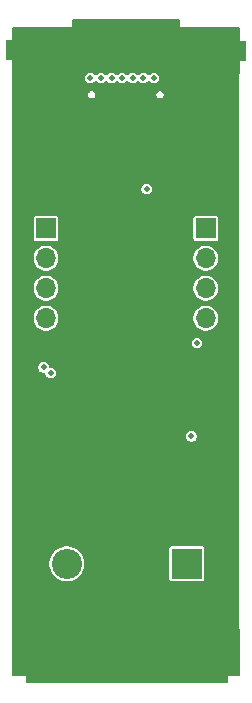
<source format=gbr>
%TF.GenerationSoftware,KiCad,Pcbnew,9.0.0*%
%TF.CreationDate,2025-05-07T16:38:21+03:00*%
%TF.ProjectId,Testing_USB-CAN,54657374-696e-4675-9f55-53422d43414e,rev?*%
%TF.SameCoordinates,Original*%
%TF.FileFunction,Copper,L3,Inr*%
%TF.FilePolarity,Positive*%
%FSLAX46Y46*%
G04 Gerber Fmt 4.6, Leading zero omitted, Abs format (unit mm)*
G04 Created by KiCad (PCBNEW 9.0.0) date 2025-05-07 16:38:21*
%MOMM*%
%LPD*%
G01*
G04 APERTURE LIST*
%TA.AperFunction,ComponentPad*%
%ADD10R,2.550000X2.550000*%
%TD*%
%TA.AperFunction,ComponentPad*%
%ADD11C,2.550000*%
%TD*%
%TA.AperFunction,HeatsinkPad*%
%ADD12O,0.900000X2.000000*%
%TD*%
%TA.AperFunction,HeatsinkPad*%
%ADD13O,0.900000X1.700000*%
%TD*%
%TA.AperFunction,ComponentPad*%
%ADD14R,1.700000X1.700000*%
%TD*%
%TA.AperFunction,ComponentPad*%
%ADD15O,1.700000X1.700000*%
%TD*%
%TA.AperFunction,ViaPad*%
%ADD16C,0.500000*%
%TD*%
G04 APERTURE END LIST*
D10*
%TO.N,/CAN_N*%
%TO.C,J3*%
X131990000Y-132732500D03*
D11*
%TO.N,GND*%
X126910001Y-132732500D03*
%TO.N,/CAN_P*%
X121830000Y-132732500D03*
%TD*%
D12*
%TO.N,GND*%
%TO.C,J1*%
X131150000Y-93505000D03*
D13*
X131150000Y-89335000D03*
D12*
X122510000Y-93505000D03*
D13*
X122510000Y-89335000D03*
%TD*%
D14*
%TO.N,+5V*%
%TO.C,J4*%
X120060000Y-104340000D03*
D15*
%TO.N,+3.3V*%
X120060000Y-106880000D03*
%TO.N,/UART_TX*%
X120060000Y-109420000D03*
%TO.N,/UART_RX*%
X120060000Y-111960000D03*
%TD*%
D14*
%TO.N,GND*%
%TO.C,J7*%
X136160000Y-89290000D03*
%TD*%
%TO.N,GND*%
%TO.C,J6*%
X117530000Y-89280000D03*
%TD*%
%TO.N,/SDA*%
%TO.C,J5*%
X133600000Y-104340000D03*
D15*
%TO.N,/SCL*%
X133600000Y-106880000D03*
%TO.N,/SWDIO*%
X133600000Y-109420000D03*
%TO.N,/SWCLK*%
X133600000Y-111960000D03*
%TD*%
D16*
%TO.N,GND*%
X135380000Y-99560000D03*
X118470000Y-125523611D03*
X135270000Y-132928333D03*
X129540000Y-128490000D03*
X128840000Y-102090000D03*
X118470000Y-124043333D03*
X121230000Y-90740000D03*
X127880000Y-123570000D03*
X118470000Y-129964444D03*
X130350000Y-98520000D03*
X130550000Y-123600000D03*
X121290000Y-94680000D03*
X135270000Y-141810000D03*
X129450000Y-137369167D03*
X118470000Y-134405278D03*
X118470000Y-135885556D03*
X125670000Y-115970000D03*
X118470000Y-95119167D03*
X124270000Y-140330555D03*
X118470000Y-99560000D03*
X127852500Y-89480000D03*
X127030000Y-108050000D03*
X135270000Y-131448055D03*
X121230000Y-89713335D03*
X124270000Y-141810833D03*
X118470000Y-140326389D03*
X129460000Y-132900000D03*
X124270000Y-132900000D03*
X135260000Y-117060000D03*
X124270000Y-138850277D03*
X135270000Y-128487500D03*
X135380000Y-96599445D03*
X118470000Y-118800000D03*
X132430000Y-89713335D03*
X121220000Y-87860000D03*
X125157500Y-87740000D03*
X121230000Y-88686667D03*
X124270000Y-135889722D03*
X129440000Y-131460278D03*
X123810000Y-89480000D03*
X130350000Y-100390000D03*
X129450000Y-138849444D03*
X118470000Y-131444722D03*
X129480000Y-119130000D03*
X135270000Y-134408611D03*
X122410000Y-101810000D03*
X124270000Y-137370000D03*
X124380000Y-115950000D03*
X132420000Y-87860000D03*
X129440000Y-134450000D03*
X123860000Y-120200000D03*
X127000000Y-104970000D03*
X135270000Y-138849444D03*
X135270000Y-135888889D03*
X120670000Y-127009722D03*
X124250000Y-134450000D03*
X118470000Y-96599445D03*
X129450000Y-140329722D03*
X118470000Y-132925000D03*
X124250000Y-131460278D03*
X125980000Y-134450000D03*
X129200000Y-89480000D03*
X129450000Y-135888889D03*
X135270000Y-129967777D03*
X118470000Y-141806667D03*
X120670000Y-128490000D03*
X126505000Y-89480000D03*
X129450000Y-141810000D03*
X118470000Y-138846111D03*
X129540000Y-127009722D03*
X135380000Y-95119167D03*
X132430000Y-88686667D03*
X127710000Y-134450000D03*
X131150000Y-103320000D03*
X126505000Y-87740000D03*
X122390000Y-100710000D03*
X132110000Y-93440000D03*
X135270000Y-140329722D03*
X135270000Y-127007222D03*
X128850000Y-103330000D03*
X125157500Y-89480000D03*
X128860000Y-119570000D03*
X135270000Y-137369167D03*
X134570000Y-114100000D03*
X129480000Y-120090000D03*
X132430000Y-90740000D03*
X118470000Y-128484167D03*
X118470000Y-98079722D03*
X127000000Y-106240000D03*
X131150000Y-102090000D03*
X123810000Y-87740000D03*
X135270000Y-125526944D03*
X121290000Y-96200000D03*
X135270000Y-124046666D03*
X132110000Y-95100000D03*
X127852500Y-87740000D03*
X118470000Y-127003889D03*
X135380000Y-98079722D03*
X129200000Y-87740000D03*
X121270000Y-93290000D03*
X118470000Y-137365834D03*
%TO.N,+3.3V*%
X132370000Y-121953000D03*
X132850000Y-114060000D03*
%TO.N,VDD*%
X126510000Y-91610000D03*
X124713333Y-91610000D03*
X129205000Y-91610000D03*
X125611667Y-91610000D03*
X127408333Y-91610000D03*
X128306667Y-91610000D03*
X123815000Y-91610000D03*
%TO.N,+5V*%
X128590000Y-101020000D03*
%TO.N,/Tx*%
X119860000Y-116110000D03*
%TO.N,/Rx*%
X120460000Y-116600000D03*
%TD*%
%TA.AperFunction,Conductor*%
%TO.N,GND*%
G36*
X131352539Y-86649685D02*
G01*
X131398294Y-86702489D01*
X131409500Y-86754000D01*
X131409500Y-87280207D01*
X131409793Y-87280500D01*
X131420000Y-87280500D01*
X131420000Y-87440000D01*
X122240000Y-87440000D01*
X122240000Y-87291859D01*
X122249694Y-87282149D01*
X122250500Y-87280206D01*
X122250500Y-86754000D01*
X122270185Y-86686961D01*
X122322989Y-86641206D01*
X122374500Y-86630000D01*
X131285500Y-86630000D01*
X131352539Y-86649685D01*
G37*
%TD.AperFunction*%
%TD*%
%TA.AperFunction,Conductor*%
%TO.N,GND*%
G36*
X136443063Y-87300185D02*
G01*
X136488818Y-87352989D01*
X136500024Y-87404478D01*
X136500701Y-91173465D01*
X136481028Y-91240508D01*
X136459416Y-91259241D01*
X136462234Y-91262059D01*
X136444500Y-91279792D01*
X136444500Y-138280207D01*
X136462234Y-138297941D01*
X136461475Y-138298699D01*
X136487051Y-138319309D01*
X136509116Y-138385604D01*
X136509195Y-138390008D01*
X136509874Y-142155478D01*
X136490202Y-142222521D01*
X136437406Y-142268285D01*
X136385874Y-142279500D01*
X135499792Y-142279500D01*
X135499500Y-142279792D01*
X135499500Y-142734239D01*
X135479815Y-142801278D01*
X135427011Y-142847033D01*
X135375308Y-142858239D01*
X118464308Y-142832006D01*
X118397299Y-142812217D01*
X118351626Y-142759342D01*
X118340500Y-142708006D01*
X118340500Y-142279793D01*
X118340207Y-142279500D01*
X118339793Y-142279500D01*
X118315193Y-142279500D01*
X118315068Y-142279525D01*
X117294121Y-142279525D01*
X117227082Y-142259840D01*
X117181327Y-142207036D01*
X117170121Y-142155503D01*
X117170800Y-138385842D01*
X117190497Y-138318806D01*
X117210944Y-138301094D01*
X117207766Y-138297916D01*
X117225206Y-138280475D01*
X117225207Y-138280475D01*
X117225500Y-138280182D01*
X117225500Y-132616370D01*
X120354500Y-132616370D01*
X120354500Y-132848629D01*
X120390831Y-133078014D01*
X120462601Y-133298900D01*
X120568039Y-133505831D01*
X120704551Y-133693724D01*
X120868776Y-133857949D01*
X121056669Y-133994461D01*
X121121017Y-134027248D01*
X121263599Y-134099898D01*
X121263601Y-134099898D01*
X121263604Y-134099900D01*
X121484486Y-134171669D01*
X121602668Y-134190386D01*
X121713871Y-134208000D01*
X121713876Y-134208000D01*
X121946129Y-134208000D01*
X122047502Y-134191943D01*
X122175514Y-134171669D01*
X122396396Y-134099900D01*
X122603331Y-133994461D01*
X122791224Y-133857949D01*
X122955449Y-133693724D01*
X123091961Y-133505831D01*
X123197400Y-133298896D01*
X123269169Y-133078014D01*
X123289443Y-132950002D01*
X123305500Y-132848629D01*
X123305500Y-132616370D01*
X123286232Y-132494722D01*
X123269169Y-132386986D01*
X123197400Y-132166104D01*
X123197398Y-132166101D01*
X123197398Y-132166099D01*
X123091960Y-131959168D01*
X122955449Y-131771276D01*
X122791224Y-131607051D01*
X122603331Y-131470539D01*
X122538974Y-131437747D01*
X130514500Y-131437747D01*
X130514500Y-134027252D01*
X130526131Y-134085729D01*
X130526132Y-134085730D01*
X130570447Y-134152052D01*
X130636769Y-134196367D01*
X130636770Y-134196368D01*
X130695247Y-134207999D01*
X130695250Y-134208000D01*
X130695252Y-134208000D01*
X133284750Y-134208000D01*
X133284751Y-134207999D01*
X133299568Y-134205052D01*
X133343229Y-134196368D01*
X133343229Y-134196367D01*
X133343231Y-134196367D01*
X133409552Y-134152052D01*
X133453867Y-134085731D01*
X133453867Y-134085729D01*
X133453868Y-134085729D01*
X133465499Y-134027252D01*
X133465500Y-134027250D01*
X133465500Y-131437749D01*
X133465499Y-131437747D01*
X133453868Y-131379270D01*
X133453867Y-131379269D01*
X133409552Y-131312947D01*
X133343230Y-131268632D01*
X133343229Y-131268631D01*
X133284752Y-131257000D01*
X133284748Y-131257000D01*
X130695252Y-131257000D01*
X130695247Y-131257000D01*
X130636770Y-131268631D01*
X130636769Y-131268632D01*
X130570447Y-131312947D01*
X130526132Y-131379269D01*
X130526131Y-131379270D01*
X130514500Y-131437747D01*
X122538974Y-131437747D01*
X122396400Y-131365101D01*
X122175514Y-131293331D01*
X121946129Y-131257000D01*
X121946124Y-131257000D01*
X121713876Y-131257000D01*
X121713871Y-131257000D01*
X121484485Y-131293331D01*
X121263599Y-131365101D01*
X121056668Y-131470539D01*
X120868773Y-131607053D01*
X120704553Y-131771273D01*
X120568039Y-131959168D01*
X120462601Y-132166099D01*
X120390831Y-132386985D01*
X120354500Y-132616370D01*
X117225500Y-132616370D01*
X117225500Y-121893691D01*
X131919500Y-121893691D01*
X131919500Y-122012309D01*
X131950201Y-122126886D01*
X132009511Y-122229613D01*
X132093387Y-122313489D01*
X132196114Y-122372799D01*
X132310691Y-122403500D01*
X132310694Y-122403500D01*
X132429306Y-122403500D01*
X132429309Y-122403500D01*
X132543886Y-122372799D01*
X132646613Y-122313489D01*
X132730489Y-122229613D01*
X132789799Y-122126886D01*
X132820500Y-122012309D01*
X132820500Y-121893691D01*
X132789799Y-121779114D01*
X132730489Y-121676387D01*
X132646613Y-121592511D01*
X132543886Y-121533201D01*
X132429309Y-121502500D01*
X132310691Y-121502500D01*
X132196114Y-121533201D01*
X132196112Y-121533201D01*
X132196112Y-121533202D01*
X132093387Y-121592511D01*
X132093384Y-121592513D01*
X132009513Y-121676384D01*
X132009511Y-121676387D01*
X131950201Y-121779114D01*
X131919500Y-121893691D01*
X117225500Y-121893691D01*
X117225500Y-116050691D01*
X119409500Y-116050691D01*
X119409500Y-116169309D01*
X119440201Y-116283886D01*
X119499511Y-116386613D01*
X119583387Y-116470489D01*
X119686114Y-116529799D01*
X119800691Y-116560500D01*
X119800694Y-116560500D01*
X119887876Y-116560500D01*
X119954915Y-116580185D01*
X120000670Y-116632989D01*
X120007651Y-116652406D01*
X120009500Y-116659306D01*
X120009500Y-116659309D01*
X120040201Y-116773886D01*
X120099511Y-116876613D01*
X120183387Y-116960489D01*
X120286114Y-117019799D01*
X120400691Y-117050500D01*
X120400694Y-117050500D01*
X120519306Y-117050500D01*
X120519309Y-117050500D01*
X120633886Y-117019799D01*
X120736613Y-116960489D01*
X120820489Y-116876613D01*
X120879799Y-116773886D01*
X120910500Y-116659309D01*
X120910500Y-116540691D01*
X120879799Y-116426114D01*
X120820489Y-116323387D01*
X120736613Y-116239511D01*
X120633886Y-116180201D01*
X120519309Y-116149500D01*
X120432124Y-116149500D01*
X120365085Y-116129815D01*
X120319330Y-116077011D01*
X120312349Y-116057594D01*
X120310500Y-116050693D01*
X120310500Y-116050691D01*
X120279799Y-115936114D01*
X120220489Y-115833387D01*
X120136613Y-115749511D01*
X120033886Y-115690201D01*
X119919309Y-115659500D01*
X119800691Y-115659500D01*
X119686114Y-115690201D01*
X119686112Y-115690201D01*
X119686112Y-115690202D01*
X119583387Y-115749511D01*
X119583384Y-115749513D01*
X119499513Y-115833384D01*
X119499511Y-115833387D01*
X119440201Y-115936114D01*
X119409500Y-116050691D01*
X117225500Y-116050691D01*
X117225500Y-114000691D01*
X132399500Y-114000691D01*
X132399500Y-114119309D01*
X132430201Y-114233886D01*
X132489511Y-114336613D01*
X132573387Y-114420489D01*
X132676114Y-114479799D01*
X132790691Y-114510500D01*
X132790694Y-114510500D01*
X132909306Y-114510500D01*
X132909309Y-114510500D01*
X133023886Y-114479799D01*
X133126613Y-114420489D01*
X133210489Y-114336613D01*
X133269799Y-114233886D01*
X133300500Y-114119309D01*
X133300500Y-114000691D01*
X133269799Y-113886114D01*
X133210489Y-113783387D01*
X133126613Y-113699511D01*
X133023886Y-113640201D01*
X132909309Y-113609500D01*
X132790691Y-113609500D01*
X132676114Y-113640201D01*
X132676112Y-113640201D01*
X132676112Y-113640202D01*
X132573387Y-113699511D01*
X132573384Y-113699513D01*
X132489513Y-113783384D01*
X132489511Y-113783387D01*
X132430201Y-113886114D01*
X132399500Y-114000691D01*
X117225500Y-114000691D01*
X117225500Y-111856530D01*
X119009500Y-111856530D01*
X119009500Y-112063469D01*
X119049868Y-112266412D01*
X119049870Y-112266420D01*
X119129058Y-112457596D01*
X119244024Y-112629657D01*
X119390342Y-112775975D01*
X119390345Y-112775977D01*
X119562402Y-112890941D01*
X119753580Y-112970130D01*
X119956530Y-113010499D01*
X119956534Y-113010500D01*
X119956535Y-113010500D01*
X120163466Y-113010500D01*
X120163467Y-113010499D01*
X120366420Y-112970130D01*
X120557598Y-112890941D01*
X120729655Y-112775977D01*
X120875977Y-112629655D01*
X120990941Y-112457598D01*
X121070130Y-112266420D01*
X121110500Y-112063465D01*
X121110500Y-111856535D01*
X121110499Y-111856530D01*
X132549500Y-111856530D01*
X132549500Y-112063469D01*
X132589868Y-112266412D01*
X132589870Y-112266420D01*
X132669058Y-112457596D01*
X132784024Y-112629657D01*
X132930342Y-112775975D01*
X132930345Y-112775977D01*
X133102402Y-112890941D01*
X133293580Y-112970130D01*
X133496530Y-113010499D01*
X133496534Y-113010500D01*
X133496535Y-113010500D01*
X133703466Y-113010500D01*
X133703467Y-113010499D01*
X133906420Y-112970130D01*
X134097598Y-112890941D01*
X134269655Y-112775977D01*
X134415977Y-112629655D01*
X134530941Y-112457598D01*
X134610130Y-112266420D01*
X134650500Y-112063465D01*
X134650500Y-111856535D01*
X134610130Y-111653580D01*
X134530941Y-111462402D01*
X134415977Y-111290345D01*
X134415975Y-111290342D01*
X134269657Y-111144024D01*
X134183626Y-111086541D01*
X134097598Y-111029059D01*
X133906420Y-110949870D01*
X133906412Y-110949868D01*
X133703469Y-110909500D01*
X133703465Y-110909500D01*
X133496535Y-110909500D01*
X133496530Y-110909500D01*
X133293587Y-110949868D01*
X133293579Y-110949870D01*
X133102403Y-111029058D01*
X132930342Y-111144024D01*
X132784024Y-111290342D01*
X132669058Y-111462403D01*
X132589870Y-111653579D01*
X132589868Y-111653587D01*
X132549500Y-111856530D01*
X121110499Y-111856530D01*
X121070130Y-111653580D01*
X120990941Y-111462402D01*
X120875977Y-111290345D01*
X120875975Y-111290342D01*
X120729657Y-111144024D01*
X120643626Y-111086541D01*
X120557598Y-111029059D01*
X120366420Y-110949870D01*
X120366412Y-110949868D01*
X120163469Y-110909500D01*
X120163465Y-110909500D01*
X119956535Y-110909500D01*
X119956530Y-110909500D01*
X119753587Y-110949868D01*
X119753579Y-110949870D01*
X119562403Y-111029058D01*
X119390342Y-111144024D01*
X119244024Y-111290342D01*
X119129058Y-111462403D01*
X119049870Y-111653579D01*
X119049868Y-111653587D01*
X119009500Y-111856530D01*
X117225500Y-111856530D01*
X117225500Y-109316530D01*
X119009500Y-109316530D01*
X119009500Y-109523469D01*
X119049868Y-109726412D01*
X119049870Y-109726420D01*
X119129058Y-109917596D01*
X119244024Y-110089657D01*
X119390342Y-110235975D01*
X119390345Y-110235977D01*
X119562402Y-110350941D01*
X119753580Y-110430130D01*
X119956530Y-110470499D01*
X119956534Y-110470500D01*
X119956535Y-110470500D01*
X120163466Y-110470500D01*
X120163467Y-110470499D01*
X120366420Y-110430130D01*
X120557598Y-110350941D01*
X120729655Y-110235977D01*
X120875977Y-110089655D01*
X120990941Y-109917598D01*
X121070130Y-109726420D01*
X121110500Y-109523465D01*
X121110500Y-109316535D01*
X121110499Y-109316530D01*
X132549500Y-109316530D01*
X132549500Y-109523469D01*
X132589868Y-109726412D01*
X132589870Y-109726420D01*
X132669058Y-109917596D01*
X132784024Y-110089657D01*
X132930342Y-110235975D01*
X132930345Y-110235977D01*
X133102402Y-110350941D01*
X133293580Y-110430130D01*
X133496530Y-110470499D01*
X133496534Y-110470500D01*
X133496535Y-110470500D01*
X133703466Y-110470500D01*
X133703467Y-110470499D01*
X133906420Y-110430130D01*
X134097598Y-110350941D01*
X134269655Y-110235977D01*
X134415977Y-110089655D01*
X134530941Y-109917598D01*
X134610130Y-109726420D01*
X134650500Y-109523465D01*
X134650500Y-109316535D01*
X134610130Y-109113580D01*
X134530941Y-108922402D01*
X134415977Y-108750345D01*
X134415975Y-108750342D01*
X134269657Y-108604024D01*
X134183626Y-108546541D01*
X134097598Y-108489059D01*
X133906420Y-108409870D01*
X133906412Y-108409868D01*
X133703469Y-108369500D01*
X133703465Y-108369500D01*
X133496535Y-108369500D01*
X133496530Y-108369500D01*
X133293587Y-108409868D01*
X133293579Y-108409870D01*
X133102403Y-108489058D01*
X132930342Y-108604024D01*
X132784024Y-108750342D01*
X132669058Y-108922403D01*
X132589870Y-109113579D01*
X132589868Y-109113587D01*
X132549500Y-109316530D01*
X121110499Y-109316530D01*
X121070130Y-109113580D01*
X120990941Y-108922402D01*
X120875977Y-108750345D01*
X120875975Y-108750342D01*
X120729657Y-108604024D01*
X120643626Y-108546541D01*
X120557598Y-108489059D01*
X120366420Y-108409870D01*
X120366412Y-108409868D01*
X120163469Y-108369500D01*
X120163465Y-108369500D01*
X119956535Y-108369500D01*
X119956530Y-108369500D01*
X119753587Y-108409868D01*
X119753579Y-108409870D01*
X119562403Y-108489058D01*
X119390342Y-108604024D01*
X119244024Y-108750342D01*
X119129058Y-108922403D01*
X119049870Y-109113579D01*
X119049868Y-109113587D01*
X119009500Y-109316530D01*
X117225500Y-109316530D01*
X117225500Y-106776530D01*
X119009500Y-106776530D01*
X119009500Y-106983469D01*
X119049868Y-107186412D01*
X119049870Y-107186420D01*
X119129058Y-107377596D01*
X119244024Y-107549657D01*
X119390342Y-107695975D01*
X119390345Y-107695977D01*
X119562402Y-107810941D01*
X119753580Y-107890130D01*
X119956530Y-107930499D01*
X119956534Y-107930500D01*
X119956535Y-107930500D01*
X120163466Y-107930500D01*
X120163467Y-107930499D01*
X120366420Y-107890130D01*
X120557598Y-107810941D01*
X120729655Y-107695977D01*
X120875977Y-107549655D01*
X120990941Y-107377598D01*
X121070130Y-107186420D01*
X121110500Y-106983465D01*
X121110500Y-106776535D01*
X121110499Y-106776530D01*
X132549500Y-106776530D01*
X132549500Y-106983469D01*
X132589868Y-107186412D01*
X132589870Y-107186420D01*
X132669058Y-107377596D01*
X132784024Y-107549657D01*
X132930342Y-107695975D01*
X132930345Y-107695977D01*
X133102402Y-107810941D01*
X133293580Y-107890130D01*
X133496530Y-107930499D01*
X133496534Y-107930500D01*
X133496535Y-107930500D01*
X133703466Y-107930500D01*
X133703467Y-107930499D01*
X133906420Y-107890130D01*
X134097598Y-107810941D01*
X134269655Y-107695977D01*
X134415977Y-107549655D01*
X134530941Y-107377598D01*
X134610130Y-107186420D01*
X134650500Y-106983465D01*
X134650500Y-106776535D01*
X134610130Y-106573580D01*
X134530941Y-106382402D01*
X134415977Y-106210345D01*
X134415975Y-106210342D01*
X134269657Y-106064024D01*
X134183626Y-106006541D01*
X134097598Y-105949059D01*
X133906420Y-105869870D01*
X133906412Y-105869868D01*
X133703469Y-105829500D01*
X133703465Y-105829500D01*
X133496535Y-105829500D01*
X133496530Y-105829500D01*
X133293587Y-105869868D01*
X133293579Y-105869870D01*
X133102403Y-105949058D01*
X132930342Y-106064024D01*
X132784024Y-106210342D01*
X132669058Y-106382403D01*
X132589870Y-106573579D01*
X132589868Y-106573587D01*
X132549500Y-106776530D01*
X121110499Y-106776530D01*
X121070130Y-106573580D01*
X120990941Y-106382402D01*
X120875977Y-106210345D01*
X120875975Y-106210342D01*
X120729657Y-106064024D01*
X120643626Y-106006541D01*
X120557598Y-105949059D01*
X120366420Y-105869870D01*
X120366412Y-105869868D01*
X120163469Y-105829500D01*
X120163465Y-105829500D01*
X119956535Y-105829500D01*
X119956530Y-105829500D01*
X119753587Y-105869868D01*
X119753579Y-105869870D01*
X119562403Y-105949058D01*
X119390342Y-106064024D01*
X119244024Y-106210342D01*
X119129058Y-106382403D01*
X119049870Y-106573579D01*
X119049868Y-106573587D01*
X119009500Y-106776530D01*
X117225500Y-106776530D01*
X117225500Y-103470247D01*
X119009500Y-103470247D01*
X119009500Y-105209752D01*
X119021131Y-105268229D01*
X119021132Y-105268230D01*
X119065447Y-105334552D01*
X119131769Y-105378867D01*
X119131770Y-105378868D01*
X119190247Y-105390499D01*
X119190250Y-105390500D01*
X119190252Y-105390500D01*
X120929750Y-105390500D01*
X120929751Y-105390499D01*
X120944568Y-105387552D01*
X120988229Y-105378868D01*
X120988229Y-105378867D01*
X120988231Y-105378867D01*
X121054552Y-105334552D01*
X121098867Y-105268231D01*
X121098867Y-105268229D01*
X121098868Y-105268229D01*
X121110499Y-105209752D01*
X121110500Y-105209750D01*
X121110500Y-103470249D01*
X121110499Y-103470247D01*
X132549500Y-103470247D01*
X132549500Y-105209752D01*
X132561131Y-105268229D01*
X132561132Y-105268230D01*
X132605447Y-105334552D01*
X132671769Y-105378867D01*
X132671770Y-105378868D01*
X132730247Y-105390499D01*
X132730250Y-105390500D01*
X132730252Y-105390500D01*
X134469750Y-105390500D01*
X134469751Y-105390499D01*
X134484568Y-105387552D01*
X134528229Y-105378868D01*
X134528229Y-105378867D01*
X134528231Y-105378867D01*
X134594552Y-105334552D01*
X134638867Y-105268231D01*
X134638867Y-105268229D01*
X134638868Y-105268229D01*
X134650499Y-105209752D01*
X134650500Y-105209750D01*
X134650500Y-103470249D01*
X134650499Y-103470247D01*
X134638868Y-103411770D01*
X134638867Y-103411769D01*
X134594552Y-103345447D01*
X134528230Y-103301132D01*
X134528229Y-103301131D01*
X134469752Y-103289500D01*
X134469748Y-103289500D01*
X132730252Y-103289500D01*
X132730247Y-103289500D01*
X132671770Y-103301131D01*
X132671769Y-103301132D01*
X132605447Y-103345447D01*
X132561132Y-103411769D01*
X132561131Y-103411770D01*
X132549500Y-103470247D01*
X121110499Y-103470247D01*
X121098868Y-103411770D01*
X121098867Y-103411769D01*
X121054552Y-103345447D01*
X120988230Y-103301132D01*
X120988229Y-103301131D01*
X120929752Y-103289500D01*
X120929748Y-103289500D01*
X119190252Y-103289500D01*
X119190247Y-103289500D01*
X119131770Y-103301131D01*
X119131769Y-103301132D01*
X119065447Y-103345447D01*
X119021132Y-103411769D01*
X119021131Y-103411770D01*
X119009500Y-103470247D01*
X117225500Y-103470247D01*
X117225500Y-100960691D01*
X128139500Y-100960691D01*
X128139500Y-101079309D01*
X128170201Y-101193886D01*
X128229511Y-101296613D01*
X128313387Y-101380489D01*
X128416114Y-101439799D01*
X128530691Y-101470500D01*
X128530694Y-101470500D01*
X128649306Y-101470500D01*
X128649309Y-101470500D01*
X128763886Y-101439799D01*
X128866613Y-101380489D01*
X128950489Y-101296613D01*
X129009799Y-101193886D01*
X129040500Y-101079309D01*
X129040500Y-100960691D01*
X129009799Y-100846114D01*
X128950489Y-100743387D01*
X128866613Y-100659511D01*
X128763886Y-100600201D01*
X128649309Y-100569500D01*
X128530691Y-100569500D01*
X128416114Y-100600201D01*
X128416112Y-100600201D01*
X128416112Y-100600202D01*
X128313387Y-100659511D01*
X128313384Y-100659513D01*
X128229513Y-100743384D01*
X128229511Y-100743387D01*
X128170201Y-100846114D01*
X128139500Y-100960691D01*
X117225500Y-100960691D01*
X117225500Y-92985438D01*
X123639500Y-92985438D01*
X123639500Y-93064562D01*
X123653152Y-93115513D01*
X123659979Y-93140990D01*
X123659982Y-93140995D01*
X123699535Y-93209504D01*
X123699539Y-93209509D01*
X123699540Y-93209511D01*
X123755489Y-93265460D01*
X123755491Y-93265461D01*
X123755495Y-93265464D01*
X123824004Y-93305017D01*
X123824011Y-93305021D01*
X123900438Y-93325500D01*
X123900440Y-93325500D01*
X123979560Y-93325500D01*
X123979562Y-93325500D01*
X124055989Y-93305021D01*
X124124511Y-93265460D01*
X124180460Y-93209511D01*
X124220021Y-93140989D01*
X124240500Y-93064562D01*
X124240500Y-92985438D01*
X129419500Y-92985438D01*
X129419500Y-93064562D01*
X129433152Y-93115513D01*
X129439979Y-93140990D01*
X129439982Y-93140995D01*
X129479535Y-93209504D01*
X129479539Y-93209509D01*
X129479540Y-93209511D01*
X129535489Y-93265460D01*
X129535491Y-93265461D01*
X129535495Y-93265464D01*
X129604004Y-93305017D01*
X129604011Y-93305021D01*
X129680438Y-93325500D01*
X129680440Y-93325500D01*
X129759560Y-93325500D01*
X129759562Y-93325500D01*
X129835989Y-93305021D01*
X129904511Y-93265460D01*
X129960460Y-93209511D01*
X130000021Y-93140989D01*
X130020500Y-93064562D01*
X130020500Y-92985438D01*
X130000021Y-92909011D01*
X130000017Y-92909004D01*
X129960464Y-92840495D01*
X129960458Y-92840487D01*
X129904512Y-92784541D01*
X129904504Y-92784535D01*
X129835995Y-92744982D01*
X129835990Y-92744979D01*
X129810513Y-92738152D01*
X129759562Y-92724500D01*
X129680438Y-92724500D01*
X129642224Y-92734739D01*
X129604009Y-92744979D01*
X129604004Y-92744982D01*
X129535495Y-92784535D01*
X129535487Y-92784541D01*
X129479541Y-92840487D01*
X129479535Y-92840495D01*
X129439982Y-92909004D01*
X129439979Y-92909009D01*
X129426326Y-92959962D01*
X129419500Y-92985438D01*
X124240500Y-92985438D01*
X124220021Y-92909011D01*
X124220017Y-92909004D01*
X124180464Y-92840495D01*
X124180458Y-92840487D01*
X124124512Y-92784541D01*
X124124504Y-92784535D01*
X124055995Y-92744982D01*
X124055990Y-92744979D01*
X124030513Y-92738152D01*
X123979562Y-92724500D01*
X123900438Y-92724500D01*
X123862224Y-92734739D01*
X123824009Y-92744979D01*
X123824004Y-92744982D01*
X123755495Y-92784535D01*
X123755487Y-92784541D01*
X123699541Y-92840487D01*
X123699535Y-92840495D01*
X123659982Y-92909004D01*
X123659979Y-92909009D01*
X123646326Y-92959962D01*
X123639500Y-92985438D01*
X117225500Y-92985438D01*
X117225500Y-91550691D01*
X123364500Y-91550691D01*
X123364500Y-91669309D01*
X123395201Y-91783886D01*
X123454511Y-91886613D01*
X123538387Y-91970489D01*
X123641114Y-92029799D01*
X123755691Y-92060500D01*
X123755694Y-92060500D01*
X123874306Y-92060500D01*
X123874309Y-92060500D01*
X123988886Y-92029799D01*
X124091613Y-91970489D01*
X124175489Y-91886613D01*
X124175491Y-91886608D01*
X124176484Y-91885616D01*
X124237807Y-91852131D01*
X124307499Y-91857115D01*
X124351847Y-91885616D01*
X124352843Y-91886612D01*
X124352844Y-91886613D01*
X124436720Y-91970489D01*
X124539447Y-92029799D01*
X124654024Y-92060500D01*
X124654027Y-92060500D01*
X124772639Y-92060500D01*
X124772642Y-92060500D01*
X124887219Y-92029799D01*
X124989946Y-91970489D01*
X125073822Y-91886613D01*
X125073822Y-91886612D01*
X125074819Y-91885616D01*
X125136142Y-91852131D01*
X125205834Y-91857115D01*
X125250181Y-91885616D01*
X125251177Y-91886612D01*
X125251178Y-91886613D01*
X125335054Y-91970489D01*
X125437781Y-92029799D01*
X125552358Y-92060500D01*
X125552361Y-92060500D01*
X125670973Y-92060500D01*
X125670976Y-92060500D01*
X125785553Y-92029799D01*
X125888280Y-91970489D01*
X125972156Y-91886613D01*
X125972158Y-91886608D01*
X125973151Y-91885616D01*
X126034474Y-91852131D01*
X126104166Y-91857115D01*
X126148514Y-91885616D01*
X126149510Y-91886612D01*
X126149511Y-91886613D01*
X126233387Y-91970489D01*
X126336114Y-92029799D01*
X126450691Y-92060500D01*
X126450694Y-92060500D01*
X126569306Y-92060500D01*
X126569309Y-92060500D01*
X126683886Y-92029799D01*
X126786613Y-91970489D01*
X126870489Y-91886613D01*
X126870491Y-91886608D01*
X126871484Y-91885616D01*
X126932807Y-91852131D01*
X127002499Y-91857115D01*
X127046847Y-91885616D01*
X127047843Y-91886612D01*
X127047844Y-91886613D01*
X127131720Y-91970489D01*
X127234447Y-92029799D01*
X127349024Y-92060500D01*
X127349027Y-92060500D01*
X127467639Y-92060500D01*
X127467642Y-92060500D01*
X127582219Y-92029799D01*
X127684946Y-91970489D01*
X127768822Y-91886613D01*
X127768822Y-91886612D01*
X127769819Y-91885616D01*
X127831142Y-91852131D01*
X127900834Y-91857115D01*
X127945181Y-91885616D01*
X127946177Y-91886612D01*
X127946178Y-91886613D01*
X128030054Y-91970489D01*
X128132781Y-92029799D01*
X128247358Y-92060500D01*
X128247361Y-92060500D01*
X128365973Y-92060500D01*
X128365976Y-92060500D01*
X128480553Y-92029799D01*
X128583280Y-91970489D01*
X128667156Y-91886613D01*
X128667158Y-91886608D01*
X128668151Y-91885616D01*
X128729474Y-91852131D01*
X128799166Y-91857115D01*
X128843514Y-91885616D01*
X128844510Y-91886612D01*
X128844511Y-91886613D01*
X128928387Y-91970489D01*
X129031114Y-92029799D01*
X129145691Y-92060500D01*
X129145694Y-92060500D01*
X129264306Y-92060500D01*
X129264309Y-92060500D01*
X129378886Y-92029799D01*
X129481613Y-91970489D01*
X129565489Y-91886613D01*
X129624799Y-91783886D01*
X129655500Y-91669309D01*
X129655500Y-91550691D01*
X129624799Y-91436114D01*
X129565489Y-91333387D01*
X129481613Y-91249511D01*
X129378886Y-91190201D01*
X129264309Y-91159500D01*
X129145691Y-91159500D01*
X129031114Y-91190201D01*
X129031112Y-91190201D01*
X129031112Y-91190202D01*
X128928387Y-91249510D01*
X128843514Y-91334384D01*
X128782190Y-91367868D01*
X128712499Y-91362884D01*
X128668152Y-91334383D01*
X128583282Y-91249513D01*
X128583280Y-91249511D01*
X128480553Y-91190201D01*
X128365976Y-91159500D01*
X128247358Y-91159500D01*
X128132781Y-91190201D01*
X128132779Y-91190201D01*
X128132779Y-91190202D01*
X128030054Y-91249511D01*
X128030051Y-91249513D01*
X127945181Y-91334384D01*
X127883858Y-91367869D01*
X127814166Y-91362885D01*
X127769819Y-91334384D01*
X127684948Y-91249513D01*
X127684946Y-91249511D01*
X127582219Y-91190201D01*
X127467642Y-91159500D01*
X127349024Y-91159500D01*
X127234447Y-91190201D01*
X127234445Y-91190201D01*
X127234445Y-91190202D01*
X127131720Y-91249510D01*
X127046847Y-91334384D01*
X126985523Y-91367868D01*
X126915832Y-91362884D01*
X126871485Y-91334383D01*
X126786615Y-91249513D01*
X126786613Y-91249511D01*
X126683886Y-91190201D01*
X126569309Y-91159500D01*
X126450691Y-91159500D01*
X126336114Y-91190201D01*
X126336112Y-91190201D01*
X126336112Y-91190202D01*
X126233387Y-91249510D01*
X126148514Y-91334384D01*
X126087190Y-91367868D01*
X126017499Y-91362884D01*
X125973152Y-91334383D01*
X125888282Y-91249513D01*
X125888280Y-91249511D01*
X125785553Y-91190201D01*
X125670976Y-91159500D01*
X125552358Y-91159500D01*
X125437781Y-91190201D01*
X125437779Y-91190201D01*
X125437779Y-91190202D01*
X125335054Y-91249511D01*
X125335051Y-91249513D01*
X125250181Y-91334384D01*
X125188858Y-91367869D01*
X125119166Y-91362885D01*
X125074819Y-91334384D01*
X124989948Y-91249513D01*
X124989946Y-91249511D01*
X124887219Y-91190201D01*
X124772642Y-91159500D01*
X124654024Y-91159500D01*
X124539447Y-91190201D01*
X124539445Y-91190201D01*
X124539445Y-91190202D01*
X124436720Y-91249510D01*
X124351847Y-91334384D01*
X124290523Y-91367868D01*
X124220832Y-91362884D01*
X124176485Y-91334383D01*
X124091615Y-91249513D01*
X124091613Y-91249511D01*
X123988886Y-91190201D01*
X123874309Y-91159500D01*
X123755691Y-91159500D01*
X123641114Y-91190201D01*
X123641112Y-91190201D01*
X123641112Y-91190202D01*
X123538387Y-91249511D01*
X123538384Y-91249513D01*
X123454513Y-91333384D01*
X123454511Y-91333387D01*
X123395201Y-91436114D01*
X123364500Y-91550691D01*
X117225500Y-91550691D01*
X117225500Y-91279793D01*
X117225207Y-91279500D01*
X117215619Y-91269912D01*
X117182134Y-91208589D01*
X117179300Y-91182214D01*
X117179977Y-87423775D01*
X117199674Y-87356742D01*
X117252486Y-87310996D01*
X117303773Y-87299800D01*
X122240000Y-87291859D01*
X122240000Y-87440000D01*
X131420000Y-87440000D01*
X131420000Y-87280500D01*
X136376024Y-87280500D01*
X136443063Y-87300185D01*
G37*
%TD.AperFunction*%
%TD*%
M02*

</source>
